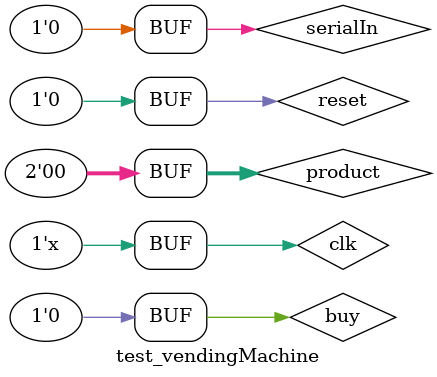
<source format=v>

module test_vendingMachine;

	reg clk, reset, serialIn, buy;
	reg [1:0] product;
	wire [6:0] digit1, digit0;

	vendingMachine v1(clk, reset, serialIn, buy, product, digit1, digit0);

	initial begin
		clk = 1;
		reset = 0;
		buy = 0;
		#10 serialIn = 0;
		#10 serialIn = 0;
		#10 serialIn = 1;
		#10 serialIn = 0; //PENNY
		#10 serialIn = 0; 
		#10 serialIn = 1; 
		#10 serialIn = 0;
		#10 serialIn = 0;
		#10 serialIn = 0; //NICKEL
		#10 serialIn = 0; 
		#10 serialIn = 1;
		#10 serialIn = 1;
		#10 serialIn = 1;
		#10 serialIn = 0; //DIME
		#10 serialIn = 0;
		#10 serialIn = 1;
		#10 serialIn = 0;
		#10 serialIn = 1;
		#10 serialIn = 0; //QUARTER
		#10 serialIn = 0;
		#10 serialIn = 1;
		#10 serialIn = 0;
		#10 serialIn = 1;
		#10 serialIn = 0; //QUARTER
		#10 serialIn = 0;
		#10 serialIn = 1;
		#10 serialIn = 0;
		#10 serialIn = 1;
		#10 serialIn = 0; //QUARTER
		#10 serialIn = 0;
		#10 serialIn = 1;
		#10 serialIn = 0;
		#10 serialIn = 1;
		#10 serialIn = 0; //QUARTER
		#10 serialIn = 0;
		#10 serialIn = 1;
		#10 serialIn = 0;
		#10 serialIn = 1;
		#10 serialIn = 0; //QUARTER
		#10 serialIn = 0;
		#10 serialIn = 1;
		#10 serialIn = 0;
		#10 serialIn = 1;
		#10 serialIn = 0; //QUARTER

		//Credit should be $1.66

		#10 buy = 1; product = 2'b00; //Buy an apple, credit should be $0.91
		#10 buy = 0;
		#100 buy = 1; product = 2'b01; //Buy a banana, credit should be $0.71
		#10 buy = 0;
		#40 buy = 1; product = 2'b10; //Buy a carrot, credit should be $0.41
		#10 buy = 0;
		#100 buy = 1; product = 2'b11; //Buy a date, credit should be $0.01
		#10 buy = 0;
		#100 buy = 1; product = 2'b00; //Buy an apple, not enough credit
		#10 buy = 0;
		#60 reset = 1;
		#10 reset = 0;
	end

	always begin
    	#5 clk = ~clk;
    end

	
endmodule
</source>
